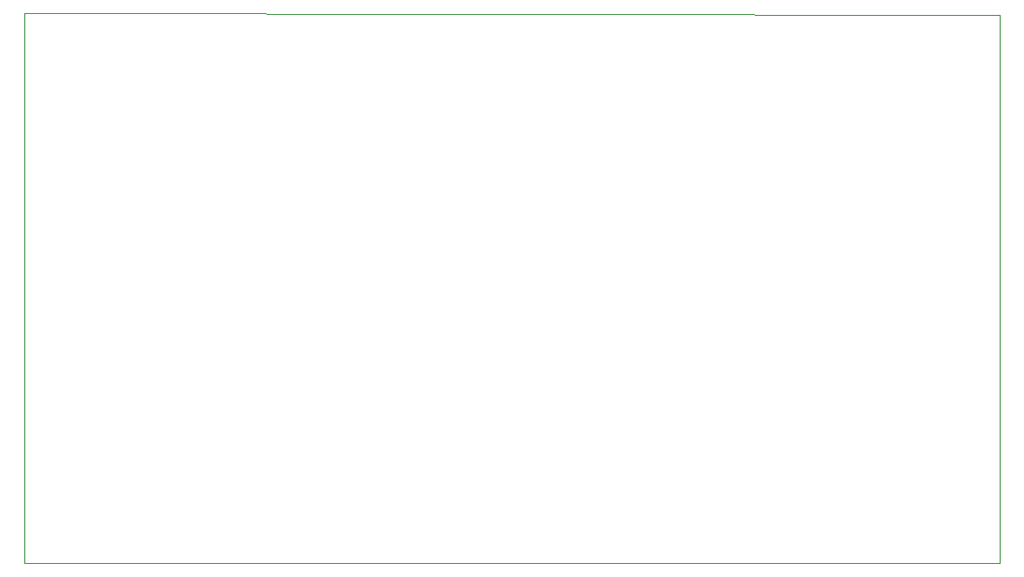
<source format=gbr>
G04*
G04 #@! TF.GenerationSoftware,Altium Limited,Altium Designer,25.8.1 (18)*
G04*
G04 Layer_Color=0*
%FSLAX44Y44*%
%MOMM*%
G71*
G04*
G04 #@! TF.SameCoordinates,0AA87B99-36C4-491F-804F-3ED42A066D7D*
G04*
G04*
G04 #@! TF.FilePolarity,Positive*
G04*
G01*
G75*
%ADD106C,0.0254*%
D106*
X533400Y752496D02*
Y254000D01*
X1416050D01*
Y751384D01*
X533400Y752496D01*
M02*

</source>
